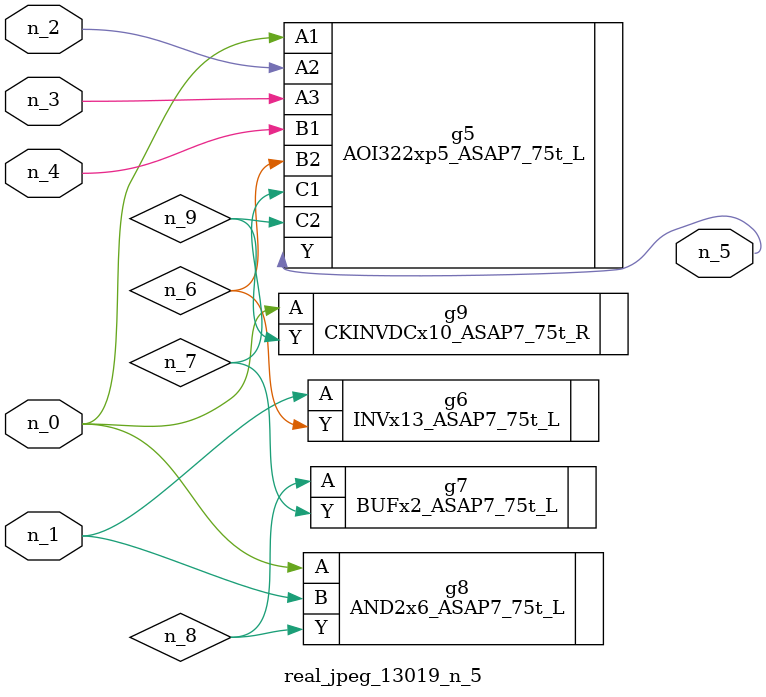
<source format=v>
module real_jpeg_13019_n_5 (n_4, n_0, n_1, n_2, n_3, n_5);

input n_4;
input n_0;
input n_1;
input n_2;
input n_3;

output n_5;

wire n_8;
wire n_6;
wire n_7;
wire n_9;

AOI322xp5_ASAP7_75t_L g5 ( 
.A1(n_0),
.A2(n_2),
.A3(n_3),
.B1(n_4),
.B2(n_6),
.C1(n_7),
.C2(n_9),
.Y(n_5)
);

AND2x6_ASAP7_75t_L g8 ( 
.A(n_0),
.B(n_1),
.Y(n_8)
);

CKINVDCx10_ASAP7_75t_R g9 ( 
.A(n_0),
.Y(n_9)
);

INVx13_ASAP7_75t_L g6 ( 
.A(n_1),
.Y(n_6)
);

BUFx2_ASAP7_75t_L g7 ( 
.A(n_8),
.Y(n_7)
);


endmodule
</source>
